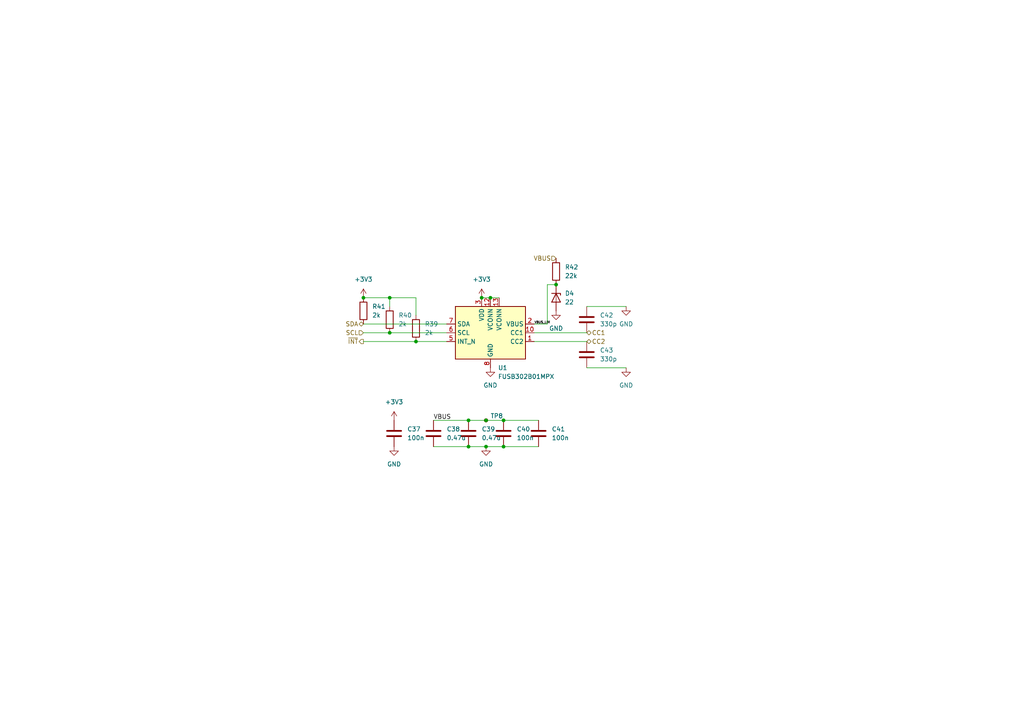
<source format=kicad_sch>
(kicad_sch (version 20231120) (generator "eeschema") (generator_version "8.0")
  (paper "A4")
  (lib_symbols
    (symbol "Connector:TestPoint_Small" (pin_numbers hide) (pin_names (offset 0.762) hide)
      (property "Reference" "TP" (at 0 3.81 0))
      (property "Value" "TestPoint_Small" (at 0 2.032 0))
      (symbol "TestPoint_Small_0_1"
        (circle (center 0 0) (radius 0.508))
      )
      (symbol "TestPoint_Small_1_1"
        (pin passive line (at 0 0 90) (length 0) (name "1") (number "1"))
      )
    )
    (symbol "Device:C" (pin_numbers hide) (pin_names (offset 0.254))
      (property "Reference" "C" (at 0.635 2.54 0))
      (property "Value" "C" (at 0.635 -2.54 0))
      (symbol "C_0_1"
        (polyline (pts (xy -2.032 -0.762) (xy 2.032 -0.762)) (stroke (width 0.508)))
        (polyline (pts (xy -2.032 0.762) (xy 2.032 0.762)) (stroke (width 0.508)))
      )
      (symbol "C_1_1"
        (pin passive line (at 0 3.81 270) (length 2.794) (name "~") (number "1"))
        (pin passive line (at 0 -3.81 90) (length 2.794) (name "~") (number "2"))
      )
    )
    (symbol "Device:D_Zener" (pin_numbers hide) (pin_names (offset 1.016) hide)
      (property "Reference" "D" (at 0 2.54 0))
      (property "Value" "D_Zener" (at 0 -2.54 0))
      (symbol "D_Zener_0_1"
        (polyline (pts (xy 1.27 0) (xy -1.27 0)))
        (polyline (pts (xy -1.27 -1.27) (xy -1.27 1.27) (xy -0.762 1.27)) (stroke (width 0.254)))
        (polyline (pts (xy 1.27 -1.27) (xy 1.27 1.27) (xy -1.27 0) (xy 1.27 -1.27)) (stroke (width 0.254)))
      )
      (symbol "D_Zener_1_1"
        (pin passive line (at -3.81 0 0) (length 2.54) (name "K") (number "1"))
        (pin passive line (at 3.81 0 180) (length 2.54) (name "A") (number "2"))
      )
    )
    (symbol "Device:R" (pin_numbers hide) (pin_names (offset 0))
      (property "Reference" "R" (at 2.032 0 90))
      (property "Value" "R" (at 0 0 90))
      (symbol "R_0_1"
        (rectangle (start -1.016 -2.54) (end 1.016 2.54) (stroke (width 0.254)))
      )
      (symbol "R_1_1"
        (pin passive line (at 0 3.81 270) (length 1.27) (name "~") (number "1"))
        (pin passive line (at 0 -3.81 90) (length 1.27) (name "~") (number "2"))
      )
    )
    (symbol "Interface_USB:FUSB302B01MPX"
      (property "Reference" "U" (at -10.16 8.89 0))
      (property "Value" "FUSB302B01MPX" (at 3.81 8.89 0))
      (symbol "FUSB302B01MPX_0_1"
        (rectangle (start -10.16 7.62) (end 10.16 -7.62) (stroke (width 0.254)) (fill (type background)))
      )
      (symbol "FUSB302B01MPX_1_1"
        (pin bidirectional line (at 12.7 -2.54 180) (length 2.54) (name "CC2") (number "1"))
        (pin bidirectional line (at 12.7 0 180) (length 2.54) (name "CC1") (number "10"))
        (pin bidirectional line (at 12.7 0 180) (length 2.54) hide (name "CC1") (number "11"))
        (pin power_in line (at 0 10.16 270) (length 2.54) (name "VCONN") (number "12"))
        (pin power_in line (at 2.54 10.16 270) (length 2.54) (name "VCONN") (number "13"))
        (pin bidirectional line (at 12.7 -2.54 180) (length 2.54) hide (name "CC2") (number "14"))
        (pin passive line (at 0 -10.16 90) (length 2.54) hide (name "GND") (number "15"))
        (pin input line (at 12.7 2.54 180) (length 2.54) (name "VBUS") (number "2"))
        (pin power_in line (at -2.54 10.16 270) (length 2.54) (name "VDD") (number "3"))
        (pin passive line (at -2.54 10.16 270) (length 2.54) hide (name "VDD") (number "4"))
        (pin open_collector line (at -12.7 -2.54 0) (length 2.54) (name "INT_N") (number "5"))
        (pin input line (at -12.7 0 0) (length 2.54) (name "SCL") (number "6"))
        (pin bidirectional line (at -12.7 2.54 0) (length 2.54) (name "SDA") (number "7"))
        (pin power_in line (at 0 -10.16 90) (length 2.54) (name "GND") (number "8"))
        (pin passive line (at 0 -10.16 90) (length 2.54) hide (name "GND") (number "9"))
      )
    )
    (symbol "power:+3V3" (power) (pin_names (offset 0))
      (property "Value" "+3V3" (at 0 3.556 0))
      (symbol "+3V3_0_1"
        (polyline (pts (xy -0.762 1.27) (xy 0 2.54)))
        (polyline (pts (xy 0 0) (xy 0 2.54)))
        (polyline (pts (xy 0 2.54) (xy 0.762 1.27)))
      )
      (symbol "+3V3_1_1"
        (pin power_in line (at 0 0 90) (length 0) hide (name "+3V3") (number "1"))
      )
    )
    (symbol "power:GND" (power) (pin_names (offset 0))
      (property "Value" "GND" (at 0 -3.81 0))
      (symbol "GND_0_1"
        (polyline (pts (xy 0 0) (xy 0 -1.27) (xy 1.27 -1.27) (xy 0 -2.54) (xy -1.27 -1.27) (xy 0 -1.27)))
      )
      (symbol "GND_1_1"
        (pin power_in line (at 0 0 270) (length 0) hide (name "GND") (number "1"))
      )
    )
  )
  (junction (at 142.24 86.36))
  (junction (at 135.89 121.92))
  (junction (at 146.05 129.54))
  (junction (at 140.97 129.54))
  (junction (at 161.29 82.55))
  (junction (at 139.7 86.36))
  (junction (at 120.65 99.06))
  (junction (at 140.97 121.92))
  (junction (at 105.41 86.36))
  (junction (at 113.03 96.52))
  (junction (at 146.05 121.92))
  (junction (at 113.03 86.36))
  (junction (at 135.89 129.54))
  (wire (pts (xy 154.94 99.06) (xy 170.18 99.06)))
  (wire (pts (xy 125.73 121.92) (xy 135.89 121.92)))
  (wire (pts (xy 142.24 86.36) (xy 144.78 86.36)))
  (wire (pts (xy 105.41 96.52) (xy 113.03 96.52)))
  (wire (pts (xy 113.03 86.36) (xy 120.65 86.36)))
  (wire (pts (xy 105.41 99.06) (xy 120.65 99.06)))
  (wire (pts (xy 146.05 121.92) (xy 156.21 121.92)))
  (wire (pts (xy 105.41 86.36) (xy 113.03 86.36)))
  (wire (pts (xy 113.03 96.52) (xy 129.54 96.52)))
  (wire (pts (xy 140.97 121.92) (xy 146.05 121.92)))
  (wire (pts (xy 140.97 129.54) (xy 146.05 129.54)))
  (wire (pts (xy 113.03 86.36) (xy 113.03 88.9)))
  (wire (pts (xy 105.41 93.98) (xy 129.54 93.98)))
  (wire (pts (xy 158.75 82.55) (xy 161.29 82.55)))
  (wire (pts (xy 158.75 82.55) (xy 158.75 93.98)))
  (wire (pts (xy 154.94 96.52) (xy 170.18 96.52)))
  (wire (pts (xy 125.73 129.54) (xy 135.89 129.54)))
  (wire (pts (xy 170.18 88.9) (xy 181.61 88.9)))
  (wire (pts (xy 181.61 106.68) (xy 170.18 106.68)))
  (wire (pts (xy 158.75 93.98) (xy 154.94 93.98)))
  (wire (pts (xy 146.05 129.54) (xy 156.21 129.54)))
  (wire (pts (xy 135.89 121.92) (xy 140.97 121.92)))
  (wire (pts (xy 120.65 99.06) (xy 129.54 99.06)))
  (wire (pts (xy 139.7 86.36) (xy 142.24 86.36)))
  (wire (pts (xy 135.89 129.54) (xy 140.97 129.54)))
  (wire (pts (xy 120.65 86.36) (xy 120.65 91.44)))
  (label "VBUS_LIM" (at 154.94 93.98 0) (effects (font (size 0.635 0.635))))
  (label "VBUS" (at 125.73 121.92 0))
  (hierarchical_label "SDA" (shape bidirectional) (at 105.41 93.98 180))
  (hierarchical_label "VBUS" (shape input) (at 161.29 74.93 180))
  (hierarchical_label "CC1" (shape bidirectional) (at 170.18 96.52 0))
  (hierarchical_label "SCL" (shape input) (at 105.41 96.52 180))
  (hierarchical_label "~{INT}" (shape output) (at 105.41 99.06 180))
  (hierarchical_label "CC2" (shape bidirectional) (at 170.18 99.06 0))
  (symbol (lib_id "power:GND") (at 161.29 90.17 0) (unit 1)
    (property "Reference" "#PWR043" (effects (hide yes)))
    (property "Value" "GND" (at 161.29 95.25 0))
  )
  (symbol (lib_id "Device:C") (at 135.89 125.73 0) (unit 1)
    (property "Reference" "C39" (at 139.7 124.46 0) (effects (justify left)))
    (property "Value" "0.47u" (at 139.7 127 0) (effects (justify left)))
    (property "Footprint" "Capacitor_SMD:C_0805_2012Metric" (effects (hide yes)))
  )
  (symbol (lib_id "Device:C") (at 146.05 125.73 0) (unit 1)
    (property "Reference" "C40" (at 149.86 124.46 0) (effects (justify left)))
    (property "Value" "100n" (at 149.86 127 0) (effects (justify left)))
    (property "Footprint" "Capacitor_SMD:C_0603_1608Metric" (effects (hide yes)))
  )
  (symbol (lib_id "power:GND") (at 181.61 88.9 0) (unit 1)
    (property "Reference" "#PWR051" (effects (hide yes)))
    (property "Value" "GND" (at 181.61 93.98 0))
  )
  (symbol (lib_id "power:+3V3") (at 114.3 121.92 0) (unit 1)
    (property "Reference" "#PWR014" (effects (hide yes)))
    (property "Value" "+3V3" (at 114.3 116.586 0))
  )
  (symbol (lib_id "Device:C") (at 114.3 125.73 0) (unit 1)
    (property "Reference" "C37" (at 118.11 124.46 0) (effects (justify left)))
    (property "Value" "100n" (at 118.11 127 0) (effects (justify left)))
    (property "Footprint" "Capacitor_SMD:C_0603_1608Metric" (effects (hide yes)))
  )
  (symbol (lib_id "power:+3V3") (at 105.41 86.36 0) (unit 1)
    (property "Reference" "#PWR031" (effects (hide yes)))
    (property "Value" "+3V3" (at 105.41 81.026 0))
  )
  (symbol (lib_id "power:+3V3") (at 139.7 86.36 0) (unit 1)
    (property "Reference" "#PWR049" (effects (hide yes)))
    (property "Value" "+3V3" (at 139.7 81.026 0))
  )
  (symbol (lib_id "Device:C") (at 125.73 125.73 0) (unit 1)
    (property "Reference" "C38" (at 129.54 124.46 0) (effects (justify left)))
    (property "Value" "0.47u" (at 129.54 127 0) (effects (justify left)))
    (property "Footprint" "Capacitor_SMD:C_0805_2012Metric" (effects (hide yes)))
  )
  (symbol (lib_id "Device:R") (at 105.41 90.17 0) (unit 1)
    (property "Reference" "R41" (at 107.95 88.8999 0) (effects (justify left)))
    (property "Value" "2k" (at 107.95 91.4399 0) (effects (justify left)))
    (property "Footprint" "Resistor_SMD:R_0603_1608Metric" (effects (hide yes)))
    (property "Description" "Resistor" (effects (hide yes)))
  )
  (symbol (lib_id "Interface_USB:FUSB302B01MPX") (at 142.24 96.52 0) (unit 1)
    (property "Reference" "U1" (at 144.4341 106.68 0) (effects (justify left)))
    (property "Value" "FUSB302B01MPX" (at 144.4341 109.22 0) (effects (justify left)))
    (property "Footprint" "Package_DFN_QFN:WQFN-14-1EP_2.5x2.5mm_P0.5mm_EP1.45x1.45mm" (effects (hide yes)))
    (property "Datasheet" "http://www.onsemi.com/pub/Collateral/FUSB302B-D.PDF" (effects (hide yes)))
  )
  (symbol (lib_id "Device:R") (at 120.65 95.25 0) (unit 1)
    (property "Reference" "R39" (at 123.19 93.9799 0) (effects (justify left)))
    (property "Value" "2k" (at 123.19 96.5199 0) (effects (justify left)))
    (property "Footprint" "Resistor_SMD:R_0603_1608Metric" (effects (hide yes)))
    (property "Description" "Resistor" (effects (hide yes)))
  )
  (symbol (lib_id "Connector:TestPoint_Small") (at 140.97 121.92 0) (unit 1)
    (property "Reference" "TP8" (at 142.24 120.65 0) (effects (justify left)))
    (property "Value" "TestPoint_Small" (effects (hide yes)))
    (property "Footprint" "TestPoint:TestPoint_Pad_D1.0mm" (effects (hide yes)))
  )
  (symbol (lib_id "power:GND") (at 181.61 106.68 0) (unit 1)
    (property "Reference" "#PWR052" (effects (hide yes)))
    (property "Value" "GND" (at 181.61 111.76 0))
  )
  (symbol (lib_id "power:GND") (at 114.3 129.54 0) (unit 1)
    (property "Reference" "#PWR016" (effects (hide yes)))
    (property "Value" "GND" (at 114.3 134.62 0))
  )
  (symbol (lib_id "power:GND") (at 142.24 106.68 0) (unit 1)
    (property "Reference" "#PWR050" (effects (hide yes)))
    (property "Value" "GND" (at 142.24 111.76 0))
  )
  (symbol (lib_id "Device:R") (at 113.03 92.71 0) (unit 1)
    (property "Reference" "R40" (at 115.57 91.4399 0) (effects (justify left)))
    (property "Value" "2k" (at 115.57 93.9799 0) (effects (justify left)))
    (property "Footprint" "Resistor_SMD:R_0603_1608Metric" (effects (hide yes)))
    (property "Description" "Resistor" (effects (hide yes)))
  )
  (symbol (lib_id "Device:C") (at 170.18 102.87 0) (unit 1)
    (property "Reference" "C43" (at 173.99 101.5999 0) (effects (justify left)))
    (property "Value" "330p" (at 173.99 104.1399 0) (effects (justify left)))
    (property "Footprint" "Capacitor_SMD:C_0603_1608Metric" (effects (hide yes)))
  )
  (symbol (lib_id "Device:R") (at 161.29 78.74 0) (unit 1)
    (property "Reference" "R42" (at 163.83 77.4699 0) (effects (justify left)))
    (property "Value" "22k" (at 163.83 80.0099 0) (effects (justify left)))
    (property "Footprint" "Resistor_SMD:R_0603_1608Metric" (effects (hide yes)))
    (property "Description" "Resistor" (effects (hide yes)))
  )
  (symbol (lib_id "Device:D_Zener") (at 161.29 86.36 270) (unit 1)
    (property "Reference" "D4" (at 163.83 85.0899 90) (effects (justify left)))
    (property "Value" "22" (at 163.83 87.6299 90) (effects (justify left)))
    (property "Footprint" "Library:CR_PLZ5V1C_VIS" (effects (hide yes)))
    (property "Datasheet" "https://www.vishay.com/docs/84830/plzseries.pdf" (effects (hide yes)))
  )
  (symbol (lib_id "power:GND") (at 140.97 129.54 0) (unit 1)
    (property "Reference" "#PWR036" (effects (hide yes)))
    (property "Value" "GND" (at 140.97 134.62 0))
  )
  (symbol (lib_id "Device:C") (at 170.18 92.71 180) (unit 1)
    (property "Reference" "C42" (at 173.99 91.4399 0) (effects (justify right)))
    (property "Value" "330p" (at 173.99 93.9799 0) (effects (justify right)))
    (property "Footprint" "Capacitor_SMD:C_0603_1608Metric" (effects (hide yes)))
  )
  (symbol (lib_id "Device:C") (at 156.21 125.73 0) (unit 1)
    (property "Reference" "C41" (at 160.02 124.4599 0) (effects (justify left)))
    (property "Value" "100n" (at 160.02 126.9999 0) (effects (justify left)))
    (property "Footprint" "Capacitor_SMD:C_0603_1608Metric" (effects (hide yes)))
  )
)
</source>
